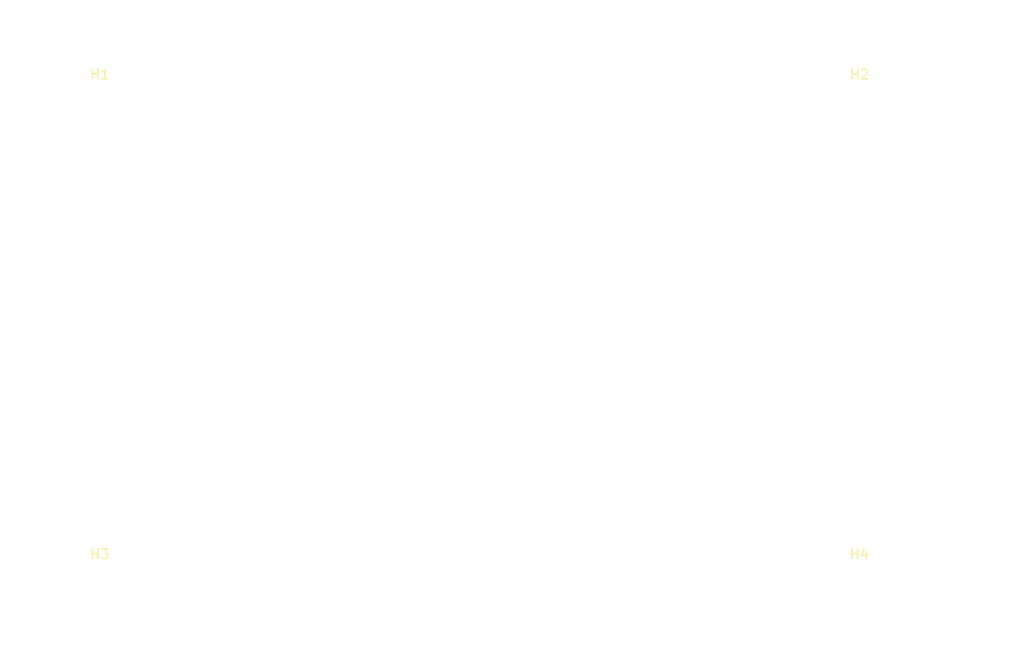
<source format=kicad_pcb>
(kicad_pcb (version 20210228) (generator pcbnew)
  (title_block (title "Enter Title On Page Setting Dialog") (rev "1") (company "KiCAD"))
  (layers (0 "F.Cu" signal) (31 "B.Cu" signal) (34 "B.Paste" user) (35 "F.Paste" user) (36 "B.SilkS" user "B.Silkscreen") (37 "F.SilkS" user "F.Silkscreen") (38 "B.Mask" user) (39 "F.Mask" user) (44 "Edge.Cuts" user))
  (net 0 "")
  (footprint "MountingHole:MountingHole_3.2mm_M3" (layer "F.Cu") (at 94.4 64.500001)
    (fp_text reference "H1" (at 5.16 -0.205) (layer "F.SilkS"))
    (fp_text value "MountingHole")
    (pad "1" np_thru_hole circle (at 0 0) (size 3.2 3.2) (drill 3.2) (layers *.Cu *.Mask))
  )
  (footprint "MountingHole:MountingHole_3.2mm_M3" (layer "F.Cu") (at 183.4 64.500001)
    (fp_text reference "H2" (at -5.26 -0.205) (layer "F.SilkS"))
    (fp_text value "MountingHole")
    (pad "1" np_thru_hole circle (at 0 0) (size 3.2 3.2) (drill 3.2) (layers *.Cu *.Mask))
  )
  (footprint "MountingHole:MountingHole_3.2mm_M3" (layer "F.Cu") (at 94.4 114.000001)
    (fp_text reference "H3" (at 5.16 -0.08) (layer "F.SilkS"))
    (fp_text value "MountingHole")
    (pad "1" np_thru_hole circle (at 0 0) (size 3.2 3.2) (drill 3.2) (layers *.Cu *.Mask))
  )
  (footprint "MountingHole:MountingHole_3.2mm_M3" (layer "F.Cu") (at 183.4 114.000001)
    (fp_text reference "H4" (at -5.26 -0.08) (layer "F.SilkS"))
    (fp_text value "MountingHole")
    (pad "1" np_thru_hole circle (at 0 0) (size 3.2 3.2) (drill 3.2) (layers *.Cu *.Mask))
  )
  (gr_line (start 89.4 59.500001) (end 89.4 119.000001) (layer "Edge.Cuts") (width 0.00254))
  (gr_line (start 89.4 119.000001) (end 188.4 119.000001) (layer "Edge.Cuts") (width 0.00254))
  (gr_line (start 188.4 59.500001) (end 89.4 59.500001) (layer "Edge.Cuts") (width 0.00254))
  (gr_line (start 188.4 59.500001) (end 188.4 119.000001) (layer "Edge.Cuts") (width 0.00254))
)
</source>
